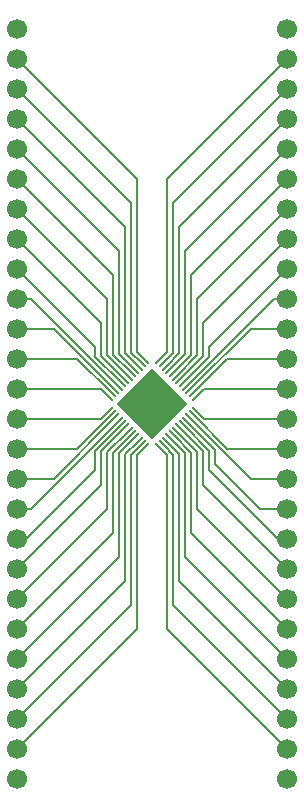
<source format=gtl>
G04 #@! TF.GenerationSoftware,KiCad,Pcbnew,9.0.6*
G04 #@! TF.CreationDate,2025-12-31T13:09:13-06:00*
G04 #@! TF.ProjectId,QFN-48_6x6,51464e2d-3438-45f3-9678-362e6b696361,rev?*
G04 #@! TF.SameCoordinates,Original*
G04 #@! TF.FileFunction,Copper,L1,Top*
G04 #@! TF.FilePolarity,Positive*
%FSLAX46Y46*%
G04 Gerber Fmt 4.6, Leading zero omitted, Abs format (unit mm)*
G04 Created by KiCad (PCBNEW 9.0.6) date 2025-12-31 13:09:13*
%MOMM*%
%LPD*%
G01*
G04 APERTURE LIST*
G04 Aperture macros list*
%AMRoundRect*
0 Rectangle with rounded corners*
0 $1 Rounding radius*
0 $2 $3 $4 $5 $6 $7 $8 $9 X,Y pos of 4 corners*
0 Add a 4 corners polygon primitive as box body*
4,1,4,$2,$3,$4,$5,$6,$7,$8,$9,$2,$3,0*
0 Add four circle primitives for the rounded corners*
1,1,$1+$1,$2,$3*
1,1,$1+$1,$4,$5*
1,1,$1+$1,$6,$7*
1,1,$1+$1,$8,$9*
0 Add four rect primitives between the rounded corners*
20,1,$1+$1,$2,$3,$4,$5,0*
20,1,$1+$1,$4,$5,$6,$7,0*
20,1,$1+$1,$6,$7,$8,$9,0*
20,1,$1+$1,$8,$9,$2,$3,0*%
%AMRotRect*
0 Rectangle, with rotation*
0 The origin of the aperture is its center*
0 $1 length*
0 $2 width*
0 $3 Rotation angle, in degrees counterclockwise*
0 Add horizontal line*
21,1,$1,$2,0,0,$3*%
G04 Aperture macros list end*
G04 #@! TA.AperFunction,SMDPad,CuDef*
%ADD10RoundRect,0.050000X-0.424264X0.353553X0.353553X-0.424264X0.424264X-0.353553X-0.353553X0.424264X0*%
G04 #@! TD*
G04 #@! TA.AperFunction,SMDPad,CuDef*
%ADD11RoundRect,0.050000X-0.424264X-0.353553X-0.353553X-0.424264X0.424264X0.353553X0.353553X0.424264X0*%
G04 #@! TD*
G04 #@! TA.AperFunction,HeatsinkPad*
%ADD12C,0.500000*%
G04 #@! TD*
G04 #@! TA.AperFunction,HeatsinkPad*
%ADD13RotRect,4.300000X4.300000X315.000000*%
G04 #@! TD*
G04 #@! TA.AperFunction,ComponentPad*
%ADD14C,1.700000*%
G04 #@! TD*
G04 #@! TA.AperFunction,Conductor*
%ADD15C,0.200000*%
G04 #@! TD*
G04 APERTURE END LIST*
D10*
X137758249Y-116866979D03*
X137475406Y-117149821D03*
X137192562Y-117432665D03*
X136909720Y-117715507D03*
X136626878Y-117998350D03*
X136344034Y-118281193D03*
X136061193Y-118564034D03*
X135778350Y-118846878D03*
X135495507Y-119129720D03*
X135212665Y-119412562D03*
X134929821Y-119695406D03*
X134646979Y-119978249D03*
D11*
X134646979Y-121321751D03*
X134929821Y-121604594D03*
X135212665Y-121887438D03*
X135495507Y-122170280D03*
X135778350Y-122453122D03*
X136061193Y-122735966D03*
X136344034Y-123018807D03*
X136626878Y-123301650D03*
X136909720Y-123584493D03*
X137192562Y-123867335D03*
X137475406Y-124150179D03*
X137758249Y-124433021D03*
D10*
X139101751Y-124433021D03*
X139384594Y-124150179D03*
X139667438Y-123867335D03*
X139950280Y-123584493D03*
X140233122Y-123301650D03*
X140515966Y-123018807D03*
X140798807Y-122735966D03*
X141081650Y-122453122D03*
X141364493Y-122170280D03*
X141647335Y-121887438D03*
X141930179Y-121604594D03*
X142213021Y-121321751D03*
D11*
X142213021Y-119978249D03*
X141930179Y-119695406D03*
X141647335Y-119412562D03*
X141364493Y-119129720D03*
X141081650Y-118846878D03*
X140798807Y-118564034D03*
X140515966Y-118281193D03*
X140233122Y-117998350D03*
X139950280Y-117715507D03*
X139667438Y-117432665D03*
X139384594Y-117149821D03*
X139101751Y-116866979D03*
D12*
X138430000Y-117962994D03*
X137534331Y-118858663D03*
X136638663Y-119754331D03*
X135742994Y-120650000D03*
X139325669Y-118858663D03*
X138430000Y-119754332D03*
X137534332Y-120650000D03*
X136638663Y-121545669D03*
D13*
X138430000Y-120650000D03*
D12*
X140221337Y-119754331D03*
X139325668Y-120650000D03*
X138430000Y-121545668D03*
X137534331Y-122441337D03*
X141117006Y-120650000D03*
X140221337Y-121545669D03*
X139325669Y-122441337D03*
X138430000Y-123337006D03*
D14*
X127000000Y-88900000D03*
X127000000Y-91440000D03*
X127000000Y-93980000D03*
X127000000Y-96520000D03*
X127000000Y-99060000D03*
X127000000Y-101600000D03*
X127000000Y-104140000D03*
X127000000Y-106680000D03*
X127000000Y-109220000D03*
X127000000Y-111760000D03*
X127000000Y-114300000D03*
X127000000Y-116840000D03*
X127000000Y-119380000D03*
X127000000Y-121920000D03*
X127000000Y-124460000D03*
X127000000Y-127000000D03*
X127000000Y-129540000D03*
X127000000Y-132080000D03*
X127000000Y-134620000D03*
X127000000Y-137160000D03*
X127000000Y-139700000D03*
X127000000Y-142240000D03*
X127000000Y-144780000D03*
X127000000Y-147320000D03*
X127000000Y-149860000D03*
X127000000Y-152400000D03*
X149860000Y-88900000D03*
X149860000Y-91440000D03*
X149860000Y-93980000D03*
X149860000Y-96520000D03*
X149860000Y-99060000D03*
X149860000Y-101600000D03*
X149860000Y-104140000D03*
X149860000Y-106680000D03*
X149860000Y-109220000D03*
X149860000Y-111760000D03*
X149860000Y-114300000D03*
X149860000Y-116840000D03*
X149860000Y-119380000D03*
X149860000Y-121920000D03*
X149860000Y-124460000D03*
X149860000Y-127000000D03*
X149860000Y-129540000D03*
X149860000Y-132080000D03*
X149860000Y-134620000D03*
X149860000Y-137160000D03*
X149860000Y-139700000D03*
X149860000Y-142240000D03*
X149860000Y-144780000D03*
X149860000Y-147320000D03*
X149860000Y-149860000D03*
X149860000Y-152400000D03*
D15*
X149860000Y-121920000D02*
X142811270Y-121920000D01*
X142811270Y-121920000D02*
X142213021Y-121321751D01*
X144785585Y-124460000D02*
X141930179Y-121604594D01*
X149860000Y-124460000D02*
X144785585Y-124460000D01*
X146759897Y-127000000D02*
X141647335Y-121887438D01*
X149860000Y-127000000D02*
X146759897Y-127000000D01*
X147574000Y-129540000D02*
X149860000Y-129540000D01*
X143764000Y-125730000D02*
X147574000Y-129540000D01*
X143764000Y-124569787D02*
X143764000Y-125730000D01*
X141364493Y-122170280D02*
X143764000Y-124569787D01*
X149098000Y-132080000D02*
X149860000Y-132080000D01*
X143256000Y-126238000D02*
X149098000Y-132080000D01*
X143256000Y-124627472D02*
X143256000Y-126238000D01*
X141081650Y-122453122D02*
X143256000Y-124627472D01*
X142748000Y-127508000D02*
X149860000Y-134620000D01*
X142748000Y-124685159D02*
X142748000Y-127508000D01*
X140798807Y-122735966D02*
X142748000Y-124685159D01*
X142240000Y-129540000D02*
X149860000Y-137160000D01*
X142240000Y-124742841D02*
X142240000Y-129540000D01*
X140515966Y-123018807D02*
X142240000Y-124742841D01*
X141732000Y-131572000D02*
X149860000Y-139700000D01*
X141732000Y-124800528D02*
X141732000Y-131572000D01*
X140233122Y-123301650D02*
X141732000Y-124800528D01*
X141224000Y-133604000D02*
X149860000Y-142240000D01*
X141224000Y-124858213D02*
X141224000Y-133604000D01*
X139950280Y-123584493D02*
X141224000Y-124858213D01*
X140716000Y-135636000D02*
X149860000Y-144780000D01*
X140716000Y-124915897D02*
X140716000Y-135636000D01*
X139667438Y-123867335D02*
X140716000Y-124915897D01*
X140208000Y-137668000D02*
X149860000Y-147320000D01*
X139384594Y-124150179D02*
X140208000Y-124973585D01*
X140208000Y-124973585D02*
X140208000Y-137668000D01*
X139700000Y-139700000D02*
X149860000Y-149860000D01*
X139700000Y-125031270D02*
X139700000Y-139700000D01*
X139101751Y-124433021D02*
X139700000Y-125031270D01*
X134048730Y-121920000D02*
X134646979Y-121321751D01*
X127000000Y-121920000D02*
X134048730Y-121920000D01*
X132074415Y-124460000D02*
X134929821Y-121604594D01*
X127000000Y-124460000D02*
X132074415Y-124460000D01*
X130100103Y-127000000D02*
X135212665Y-121887438D01*
X127000000Y-127000000D02*
X130100103Y-127000000D01*
X128125787Y-129540000D02*
X127000000Y-129540000D01*
X135495507Y-122170280D02*
X128125787Y-129540000D01*
X127762000Y-132080000D02*
X127000000Y-132080000D01*
X133604000Y-126238000D02*
X127762000Y-132080000D01*
X133604000Y-124627472D02*
X133604000Y-126238000D01*
X135778350Y-122453122D02*
X133604000Y-124627472D01*
X134112000Y-127508000D02*
X127000000Y-134620000D01*
X134112000Y-124685159D02*
X134112000Y-127508000D01*
X136061193Y-122735966D02*
X134112000Y-124685159D01*
X134620000Y-124742841D02*
X134620000Y-129540000D01*
X134620000Y-129540000D02*
X127000000Y-137160000D01*
X136344034Y-123018807D02*
X134620000Y-124742841D01*
X135128000Y-131572000D02*
X127000000Y-139700000D01*
X135128000Y-124800528D02*
X135128000Y-131572000D01*
X136626878Y-123301650D02*
X135128000Y-124800528D01*
X135636000Y-133604000D02*
X127000000Y-142240000D01*
X135636000Y-124858213D02*
X135636000Y-133604000D01*
X136909720Y-123584493D02*
X135636000Y-124858213D01*
X136144000Y-135636000D02*
X127000000Y-144780000D01*
X136144000Y-124915897D02*
X136144000Y-135636000D01*
X137192562Y-123867335D02*
X136144000Y-124915897D01*
X136652000Y-124973585D02*
X136652000Y-137668000D01*
X136652000Y-137668000D02*
X127000000Y-147320000D01*
X137475406Y-124150179D02*
X136652000Y-124973585D01*
X137160000Y-139700000D02*
X127000000Y-149860000D01*
X137160000Y-125031270D02*
X137160000Y-139700000D01*
X137758249Y-124433021D02*
X137160000Y-125031270D01*
X142811270Y-119380000D02*
X142213021Y-119978249D01*
X149860000Y-119380000D02*
X142811270Y-119380000D01*
X144785585Y-116840000D02*
X141930179Y-119695406D01*
X149860000Y-116840000D02*
X144785585Y-116840000D01*
X146759897Y-114300000D02*
X141647335Y-119412562D01*
X149860000Y-114300000D02*
X146759897Y-114300000D01*
X148734213Y-111760000D02*
X141364493Y-119129720D01*
X149860000Y-111760000D02*
X148734213Y-111760000D01*
X143256000Y-115824000D02*
X149860000Y-109220000D01*
X143256000Y-116672528D02*
X143256000Y-115824000D01*
X141081650Y-118846878D02*
X143256000Y-116672528D01*
X142748000Y-113792000D02*
X149860000Y-106680000D01*
X142748000Y-116614841D02*
X142748000Y-113792000D01*
X140798807Y-118564034D02*
X142748000Y-116614841D01*
X142240000Y-111760000D02*
X149860000Y-104140000D01*
X142240000Y-116557159D02*
X142240000Y-111760000D01*
X140515966Y-118281193D02*
X142240000Y-116557159D01*
X141732000Y-116499472D02*
X141732000Y-109728000D01*
X141732000Y-109728000D02*
X149860000Y-101600000D01*
X140233122Y-117998350D02*
X141732000Y-116499472D01*
X141224000Y-107696000D02*
X149860000Y-99060000D01*
X141224000Y-116441787D02*
X141224000Y-107696000D01*
X139950280Y-117715507D02*
X141224000Y-116441787D01*
X140716000Y-105664000D02*
X149860000Y-96520000D01*
X140716000Y-116384103D02*
X140716000Y-105664000D01*
X139667438Y-117432665D02*
X140716000Y-116384103D01*
X140208000Y-103632000D02*
X149860000Y-93980000D01*
X140208000Y-116326415D02*
X140208000Y-103632000D01*
X139384594Y-117149821D02*
X140208000Y-116326415D01*
X139700000Y-101600000D02*
X149860000Y-91440000D01*
X139700000Y-116268730D02*
X139700000Y-101600000D01*
X139101751Y-116866979D02*
X139700000Y-116268730D01*
X134048730Y-119380000D02*
X127000000Y-119380000D01*
X134646979Y-119978249D02*
X134048730Y-119380000D01*
X132074415Y-116840000D02*
X127000000Y-116840000D01*
X134929821Y-119695406D02*
X132074415Y-116840000D01*
X130100103Y-114300000D02*
X127000000Y-114300000D01*
X135212665Y-119412562D02*
X130100103Y-114300000D01*
X128125787Y-111760000D02*
X127000000Y-111760000D01*
X135495507Y-119129720D02*
X128125787Y-111760000D01*
X133604000Y-115824000D02*
X127000000Y-109220000D01*
X133604000Y-116672528D02*
X133604000Y-115824000D01*
X135778350Y-118846878D02*
X133604000Y-116672528D01*
X134112000Y-113792000D02*
X127000000Y-106680000D01*
X136061193Y-118564034D02*
X134112000Y-116614841D01*
X134112000Y-116614841D02*
X134112000Y-113792000D01*
X134620000Y-111760000D02*
X127000000Y-104140000D01*
X134620000Y-116557159D02*
X134620000Y-111760000D01*
X136344034Y-118281193D02*
X134620000Y-116557159D01*
X136626878Y-117998350D02*
X135128000Y-116499472D01*
X135128000Y-116499472D02*
X135128000Y-109728000D01*
X135128000Y-109728000D02*
X127000000Y-101600000D01*
X135636000Y-107696000D02*
X127000000Y-99060000D01*
X135636000Y-116441787D02*
X135636000Y-107696000D01*
X136909720Y-117715507D02*
X135636000Y-116441787D01*
X136144000Y-105664000D02*
X127000000Y-96520000D01*
X136144000Y-116384103D02*
X136144000Y-105664000D01*
X137192562Y-117432665D02*
X136144000Y-116384103D01*
X136652000Y-116326415D02*
X136652000Y-103632000D01*
X137475406Y-117149821D02*
X136652000Y-116326415D01*
X136652000Y-103632000D02*
X127000000Y-93980000D01*
X137160000Y-101600000D02*
X127000000Y-91440000D01*
X137758249Y-116866979D02*
X137160000Y-116268730D01*
X137160000Y-116268730D02*
X137160000Y-101600000D01*
G04 #@! TA.AperFunction,Conductor*
G36*
X138519700Y-117836495D02*
G01*
X138527502Y-117845499D01*
X138540590Y-117862159D01*
X138540593Y-117862162D01*
X138540597Y-117862167D01*
X138672247Y-117993817D01*
X138672251Y-117993820D01*
X138672256Y-117993825D01*
X138742320Y-118048866D01*
X138742321Y-118048866D01*
X138745213Y-118051138D01*
X138766121Y-118072046D01*
X138768392Y-118074937D01*
X138768393Y-118074939D01*
X138823434Y-118145003D01*
X138823437Y-118145006D01*
X138823441Y-118145011D01*
X138955097Y-118276667D01*
X139028055Y-118333982D01*
X139048962Y-118354888D01*
X139051235Y-118357781D01*
X139106276Y-118427845D01*
X139106278Y-118427847D01*
X139106282Y-118427852D01*
X139237939Y-118559509D01*
X139310896Y-118616823D01*
X139331804Y-118637730D01*
X139334076Y-118640622D01*
X139334077Y-118640624D01*
X139389118Y-118710688D01*
X139389121Y-118710691D01*
X139389125Y-118710696D01*
X139520775Y-118842346D01*
X139520779Y-118842349D01*
X139520784Y-118842354D01*
X139590848Y-118897395D01*
X139590849Y-118897395D01*
X139593742Y-118899668D01*
X139614649Y-118920576D01*
X139671963Y-118993533D01*
X139803625Y-119125195D01*
X139876583Y-119182510D01*
X139897490Y-119203417D01*
X139954804Y-119276374D01*
X140086466Y-119408036D01*
X140159423Y-119465350D01*
X140180330Y-119486257D01*
X140237647Y-119559218D01*
X140369303Y-119690874D01*
X140369307Y-119690877D01*
X140369312Y-119690882D01*
X140439376Y-119745923D01*
X140439377Y-119745923D01*
X140442270Y-119748196D01*
X140463177Y-119769104D01*
X140520490Y-119842060D01*
X140652152Y-119973722D01*
X140725110Y-120031037D01*
X140746017Y-120051943D01*
X140748290Y-120054836D01*
X140803331Y-120124900D01*
X140803333Y-120124902D01*
X140803337Y-120124907D01*
X140934988Y-120256558D01*
X140934992Y-120256561D01*
X140934997Y-120256566D01*
X141005061Y-120311607D01*
X141005062Y-120311607D01*
X141007954Y-120313879D01*
X141028862Y-120334787D01*
X141031133Y-120337678D01*
X141031134Y-120337680D01*
X141086175Y-120407744D01*
X141086178Y-120407747D01*
X141086182Y-120407752D01*
X141217831Y-120539401D01*
X141217835Y-120539404D01*
X141217841Y-120539410D01*
X141234491Y-120552490D01*
X141234494Y-120552492D01*
X141275049Y-120609387D01*
X141278408Y-120679176D01*
X141243502Y-120739702D01*
X141234494Y-120747508D01*
X141217831Y-120760598D01*
X141086181Y-120892248D01*
X141028860Y-120965213D01*
X141007954Y-120986119D01*
X140934989Y-121043440D01*
X140803337Y-121175092D01*
X140746017Y-121248056D01*
X140725111Y-121268962D01*
X140652147Y-121326282D01*
X140520495Y-121457934D01*
X140463178Y-121530894D01*
X140442273Y-121551799D01*
X140369305Y-121609123D01*
X140237652Y-121740776D01*
X140180330Y-121813743D01*
X140159424Y-121834649D01*
X140086461Y-121891968D01*
X139954804Y-122023625D01*
X139897490Y-122096583D01*
X139876583Y-122117490D01*
X139803625Y-122174804D01*
X139671968Y-122306461D01*
X139614649Y-122379424D01*
X139593743Y-122400330D01*
X139520776Y-122457652D01*
X139389123Y-122589305D01*
X139331799Y-122662273D01*
X139310894Y-122683178D01*
X139237934Y-122740495D01*
X139106282Y-122872147D01*
X139048962Y-122945111D01*
X139028056Y-122966017D01*
X138955092Y-123023337D01*
X138823440Y-123154989D01*
X138766119Y-123227954D01*
X138745213Y-123248860D01*
X138672248Y-123306181D01*
X138540598Y-123437831D01*
X138527508Y-123454494D01*
X138470613Y-123495049D01*
X138400824Y-123498408D01*
X138340298Y-123463502D01*
X138332492Y-123454494D01*
X138319410Y-123437841D01*
X138319404Y-123437835D01*
X138319401Y-123437831D01*
X138187752Y-123306182D01*
X138187747Y-123306178D01*
X138187744Y-123306175D01*
X138117680Y-123251134D01*
X138117678Y-123251133D01*
X138114787Y-123248862D01*
X138093879Y-123227954D01*
X138091607Y-123225062D01*
X138091607Y-123225061D01*
X138036566Y-123154997D01*
X138036561Y-123154992D01*
X138036558Y-123154988D01*
X137904907Y-123023337D01*
X137904902Y-123023333D01*
X137904900Y-123023331D01*
X137834836Y-122968290D01*
X137831943Y-122966017D01*
X137811037Y-122945110D01*
X137753722Y-122872152D01*
X137622060Y-122740490D01*
X137549104Y-122683177D01*
X137528196Y-122662270D01*
X137525923Y-122659376D01*
X137470882Y-122589312D01*
X137470877Y-122589307D01*
X137470874Y-122589303D01*
X137339218Y-122457647D01*
X137266257Y-122400330D01*
X137245350Y-122379423D01*
X137188036Y-122306466D01*
X137056374Y-122174804D01*
X136983417Y-122117490D01*
X136962510Y-122096583D01*
X136905195Y-122023625D01*
X136773533Y-121891963D01*
X136700576Y-121834649D01*
X136679668Y-121813742D01*
X136677395Y-121810848D01*
X136622354Y-121740784D01*
X136622349Y-121740779D01*
X136622346Y-121740775D01*
X136490696Y-121609125D01*
X136490691Y-121609121D01*
X136490688Y-121609118D01*
X136420624Y-121554077D01*
X136420622Y-121554076D01*
X136417730Y-121551804D01*
X136396823Y-121530896D01*
X136339509Y-121457939D01*
X136207852Y-121326282D01*
X136207847Y-121326278D01*
X136207845Y-121326276D01*
X136137781Y-121271235D01*
X136134888Y-121268962D01*
X136113982Y-121248055D01*
X136056667Y-121175097D01*
X135925011Y-121043441D01*
X135925006Y-121043437D01*
X135925003Y-121043434D01*
X135854939Y-120988393D01*
X135854937Y-120988392D01*
X135852046Y-120986121D01*
X135831138Y-120965213D01*
X135828866Y-120962321D01*
X135828866Y-120962320D01*
X135773825Y-120892256D01*
X135773820Y-120892251D01*
X135773817Y-120892247D01*
X135642167Y-120760597D01*
X135642162Y-120760593D01*
X135642159Y-120760590D01*
X135625506Y-120747508D01*
X135584951Y-120690616D01*
X135581591Y-120620827D01*
X135616495Y-120560300D01*
X135625506Y-120552492D01*
X135642159Y-120539410D01*
X135773825Y-120407744D01*
X135828866Y-120337680D01*
X135828866Y-120337677D01*
X135831138Y-120334787D01*
X135852046Y-120313879D01*
X135854936Y-120311607D01*
X135854939Y-120311607D01*
X135925003Y-120256566D01*
X136056669Y-120124900D01*
X136111710Y-120054836D01*
X136111712Y-120054830D01*
X136113979Y-120051945D01*
X136134890Y-120031034D01*
X136137775Y-120028767D01*
X136137781Y-120028765D01*
X136207845Y-119973724D01*
X136339511Y-119842058D01*
X136394552Y-119771994D01*
X136394552Y-119771992D01*
X136396821Y-119769105D01*
X136417729Y-119748196D01*
X136420620Y-119745924D01*
X136420624Y-119745923D01*
X136490688Y-119690882D01*
X136622354Y-119559216D01*
X136677395Y-119489152D01*
X136677396Y-119489149D01*
X136679670Y-119486255D01*
X136700579Y-119465347D01*
X136703464Y-119463079D01*
X136703467Y-119463079D01*
X136773531Y-119408038D01*
X136905197Y-119276372D01*
X136960238Y-119206308D01*
X136960239Y-119206304D01*
X136962508Y-119203417D01*
X136983417Y-119182508D01*
X136986304Y-119180239D01*
X136986308Y-119180238D01*
X137056372Y-119125197D01*
X137188038Y-118993531D01*
X137243079Y-118923467D01*
X137243079Y-118923464D01*
X137245347Y-118920579D01*
X137266255Y-118899670D01*
X137269149Y-118897396D01*
X137269152Y-118897395D01*
X137339216Y-118842354D01*
X137470882Y-118710688D01*
X137525923Y-118640624D01*
X137525924Y-118640620D01*
X137528196Y-118637729D01*
X137549105Y-118616821D01*
X137551992Y-118614552D01*
X137551994Y-118614552D01*
X137622058Y-118559511D01*
X137753724Y-118427845D01*
X137808765Y-118357781D01*
X137808767Y-118357775D01*
X137811034Y-118354890D01*
X137831945Y-118333979D01*
X137834830Y-118331712D01*
X137834836Y-118331710D01*
X137904900Y-118276669D01*
X138036566Y-118145003D01*
X138091607Y-118074939D01*
X138091607Y-118074936D01*
X138093879Y-118072046D01*
X138114787Y-118051138D01*
X138117677Y-118048866D01*
X138117680Y-118048866D01*
X138187744Y-117993825D01*
X138319410Y-117862159D01*
X138332491Y-117845506D01*
X138389384Y-117804951D01*
X138459173Y-117801591D01*
X138519700Y-117836495D01*
G37*
G04 #@! TD.AperFunction*
M02*

</source>
